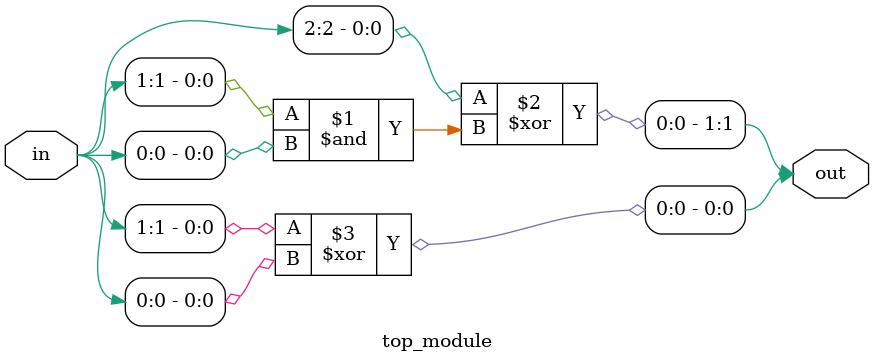
<source format=sv>
module top_module (
    input [2:0] in,
    output [1:0] out
);
    assign out[1] = in[2] ^ (in[1] & in[0]);
    assign out[0] = in[1] ^ in[0];
endmodule

</source>
